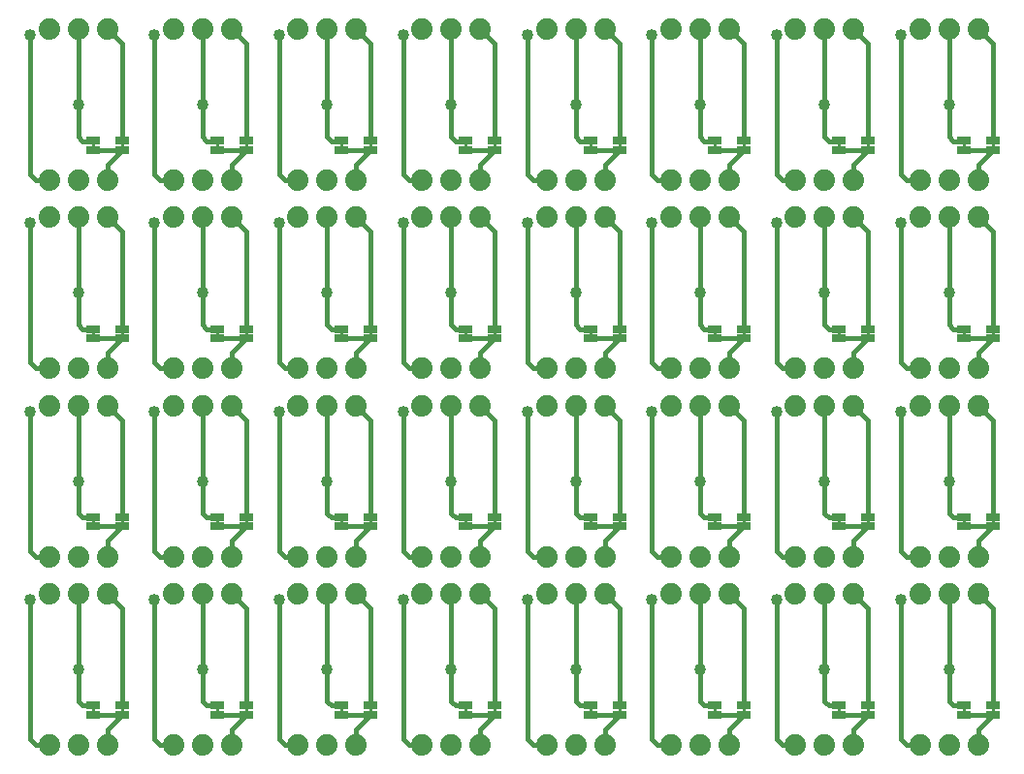
<source format=gbl>
G75*
%MOIN*%
%OFA0B0*%
%FSLAX24Y24*%
%IPPOS*%
%LPD*%
%AMOC8*
5,1,8,0,0,1.08239X$1,22.5*
%
%ADD10R,0.0500X0.0250*%
%ADD11C,0.0100*%
%ADD12C,0.0740*%
%ADD13C,0.0160*%
%ADD14C,0.0400*%
D10*
X005278Y001678D03*
X005278Y001998D03*
X006278Y001998D03*
X006278Y001678D03*
X009553Y001678D03*
X009553Y001998D03*
X010553Y001998D03*
X010553Y001678D03*
X013829Y001678D03*
X013829Y001998D03*
X014829Y001998D03*
X014829Y001678D03*
X018105Y001678D03*
X018105Y001998D03*
X019105Y001998D03*
X019105Y001678D03*
X022380Y001678D03*
X022380Y001998D03*
X023380Y001998D03*
X023380Y001678D03*
X026656Y001678D03*
X026656Y001998D03*
X027656Y001998D03*
X027656Y001678D03*
X030931Y001678D03*
X030931Y001998D03*
X031931Y001998D03*
X031931Y001678D03*
X035207Y001678D03*
X035207Y001998D03*
X036207Y001998D03*
X036207Y001678D03*
X036207Y008153D03*
X036207Y008473D03*
X035207Y008473D03*
X035207Y008153D03*
X031931Y008153D03*
X031931Y008473D03*
X030931Y008473D03*
X030931Y008153D03*
X027656Y008153D03*
X027656Y008473D03*
X026656Y008473D03*
X026656Y008153D03*
X023380Y008153D03*
X023380Y008473D03*
X022380Y008473D03*
X022380Y008153D03*
X019105Y008153D03*
X019105Y008473D03*
X018105Y008473D03*
X018105Y008153D03*
X014829Y008153D03*
X014829Y008473D03*
X013829Y008473D03*
X013829Y008153D03*
X010553Y008153D03*
X010553Y008473D03*
X009553Y008473D03*
X009553Y008153D03*
X006278Y008153D03*
X006278Y008473D03*
X005278Y008473D03*
X005278Y008153D03*
X005278Y014629D03*
X005278Y014949D03*
X006278Y014949D03*
X006278Y014629D03*
X009553Y014629D03*
X009553Y014949D03*
X010553Y014949D03*
X010553Y014629D03*
X013829Y014629D03*
X013829Y014949D03*
X014829Y014949D03*
X014829Y014629D03*
X018105Y014629D03*
X018105Y014949D03*
X019105Y014949D03*
X019105Y014629D03*
X022380Y014629D03*
X022380Y014949D03*
X023380Y014949D03*
X023380Y014629D03*
X026656Y014629D03*
X026656Y014949D03*
X027656Y014949D03*
X027656Y014629D03*
X030931Y014629D03*
X030931Y014949D03*
X031931Y014949D03*
X031931Y014629D03*
X035207Y014629D03*
X035207Y014949D03*
X036207Y014949D03*
X036207Y014629D03*
X036207Y021104D03*
X036207Y021425D03*
X035207Y021425D03*
X035207Y021104D03*
X031931Y021104D03*
X031931Y021425D03*
X030931Y021425D03*
X030931Y021104D03*
X027656Y021104D03*
X027656Y021425D03*
X026656Y021425D03*
X026656Y021104D03*
X023380Y021104D03*
X023380Y021425D03*
X022380Y021425D03*
X022380Y021104D03*
X019105Y021104D03*
X019105Y021425D03*
X018105Y021425D03*
X018105Y021104D03*
X014829Y021104D03*
X014829Y021425D03*
X013829Y021425D03*
X013829Y021104D03*
X010553Y021104D03*
X010553Y021425D03*
X009553Y021425D03*
X009553Y021104D03*
X006278Y021104D03*
X006278Y021425D03*
X005278Y021425D03*
X005278Y021104D03*
D11*
X005278Y021117D02*
X005278Y021417D01*
X006278Y021417D02*
X006278Y021117D01*
X009553Y021117D02*
X009553Y021417D01*
X010553Y021417D02*
X010553Y021117D01*
X013829Y021117D02*
X013829Y021417D01*
X014829Y021417D02*
X014829Y021117D01*
X018105Y021117D02*
X018105Y021417D01*
X019105Y021417D02*
X019105Y021117D01*
X022380Y021117D02*
X022380Y021417D01*
X023380Y021417D02*
X023380Y021117D01*
X026656Y021117D02*
X026656Y021417D01*
X027656Y021417D02*
X027656Y021117D01*
X030931Y021117D02*
X030931Y021417D01*
X031931Y021417D02*
X031931Y021117D01*
X035207Y021117D02*
X035207Y021417D01*
X036207Y021417D02*
X036207Y021117D01*
X036207Y014941D02*
X036207Y014641D01*
X035207Y014641D02*
X035207Y014941D01*
X031931Y014941D02*
X031931Y014641D01*
X030931Y014641D02*
X030931Y014941D01*
X027656Y014941D02*
X027656Y014641D01*
X026656Y014641D02*
X026656Y014941D01*
X023380Y014941D02*
X023380Y014641D01*
X022380Y014641D02*
X022380Y014941D01*
X019105Y014941D02*
X019105Y014641D01*
X018105Y014641D02*
X018105Y014941D01*
X014829Y014941D02*
X014829Y014641D01*
X013829Y014641D02*
X013829Y014941D01*
X010553Y014941D02*
X010553Y014641D01*
X009553Y014641D02*
X009553Y014941D01*
X006278Y014941D02*
X006278Y014641D01*
X005278Y014641D02*
X005278Y014941D01*
X005278Y008466D02*
X005278Y008166D01*
X006278Y008166D02*
X006278Y008466D01*
X009553Y008466D02*
X009553Y008166D01*
X010553Y008166D02*
X010553Y008466D01*
X013829Y008466D02*
X013829Y008166D01*
X014829Y008166D02*
X014829Y008466D01*
X018105Y008466D02*
X018105Y008166D01*
X019105Y008166D02*
X019105Y008466D01*
X022380Y008466D02*
X022380Y008166D01*
X023380Y008166D02*
X023380Y008466D01*
X026656Y008466D02*
X026656Y008166D01*
X027656Y008166D02*
X027656Y008466D01*
X030931Y008466D02*
X030931Y008166D01*
X031931Y008166D02*
X031931Y008466D01*
X035207Y008466D02*
X035207Y008166D01*
X036207Y008166D02*
X036207Y008466D01*
X036207Y001990D02*
X036207Y001690D01*
X035207Y001690D02*
X035207Y001990D01*
X031931Y001990D02*
X031931Y001690D01*
X030931Y001690D02*
X030931Y001990D01*
X027656Y001990D02*
X027656Y001690D01*
X026656Y001690D02*
X026656Y001990D01*
X023380Y001990D02*
X023380Y001690D01*
X022380Y001690D02*
X022380Y001990D01*
X019105Y001990D02*
X019105Y001690D01*
X018105Y001690D02*
X018105Y001990D01*
X014829Y001990D02*
X014829Y001690D01*
X013829Y001690D02*
X013829Y001990D01*
X010553Y001990D02*
X010553Y001690D01*
X009553Y001690D02*
X009553Y001990D01*
X006278Y001990D02*
X006278Y001690D01*
X005278Y001690D02*
X005278Y001990D01*
D12*
X005778Y000640D03*
X004778Y000640D03*
X003778Y000640D03*
X008053Y000640D03*
X009053Y000640D03*
X010053Y000640D03*
X012329Y000640D03*
X013329Y000640D03*
X014329Y000640D03*
X016605Y000640D03*
X017605Y000640D03*
X018605Y000640D03*
X020880Y000640D03*
X021880Y000640D03*
X022880Y000640D03*
X025156Y000640D03*
X026156Y000640D03*
X027156Y000640D03*
X029431Y000640D03*
X030431Y000640D03*
X031431Y000640D03*
X033707Y000640D03*
X034707Y000640D03*
X035707Y000640D03*
X035707Y005840D03*
X034707Y005840D03*
X033707Y005840D03*
X033707Y007116D03*
X034707Y007116D03*
X035707Y007116D03*
X031431Y007116D03*
X030431Y007116D03*
X029431Y007116D03*
X029431Y005840D03*
X030431Y005840D03*
X031431Y005840D03*
X027156Y005840D03*
X026156Y005840D03*
X025156Y005840D03*
X025156Y007116D03*
X026156Y007116D03*
X027156Y007116D03*
X022880Y007116D03*
X021880Y007116D03*
X020880Y007116D03*
X020880Y005840D03*
X021880Y005840D03*
X022880Y005840D03*
X018605Y005840D03*
X017605Y005840D03*
X016605Y005840D03*
X016605Y007116D03*
X017605Y007116D03*
X018605Y007116D03*
X014329Y007116D03*
X013329Y007116D03*
X012329Y007116D03*
X012329Y005840D03*
X013329Y005840D03*
X014329Y005840D03*
X010053Y005840D03*
X009053Y005840D03*
X008053Y005840D03*
X008053Y007116D03*
X009053Y007116D03*
X010053Y007116D03*
X005778Y007116D03*
X004778Y007116D03*
X003778Y007116D03*
X003778Y005840D03*
X004778Y005840D03*
X005778Y005840D03*
X005778Y012316D03*
X004778Y012316D03*
X003778Y012316D03*
X003778Y013591D03*
X004778Y013591D03*
X005778Y013591D03*
X008053Y013591D03*
X009053Y013591D03*
X010053Y013591D03*
X010053Y012316D03*
X009053Y012316D03*
X008053Y012316D03*
X012329Y012316D03*
X013329Y012316D03*
X014329Y012316D03*
X014329Y013591D03*
X013329Y013591D03*
X012329Y013591D03*
X016605Y013591D03*
X017605Y013591D03*
X018605Y013591D03*
X018605Y012316D03*
X017605Y012316D03*
X016605Y012316D03*
X020880Y012316D03*
X021880Y012316D03*
X022880Y012316D03*
X022880Y013591D03*
X021880Y013591D03*
X020880Y013591D03*
X025156Y013591D03*
X026156Y013591D03*
X027156Y013591D03*
X027156Y012316D03*
X026156Y012316D03*
X025156Y012316D03*
X029431Y012316D03*
X030431Y012316D03*
X031431Y012316D03*
X031431Y013591D03*
X030431Y013591D03*
X029431Y013591D03*
X033707Y013591D03*
X034707Y013591D03*
X035707Y013591D03*
X035707Y012316D03*
X034707Y012316D03*
X033707Y012316D03*
X033707Y018791D03*
X034707Y018791D03*
X035707Y018791D03*
X035707Y020067D03*
X034707Y020067D03*
X033707Y020067D03*
X031431Y020067D03*
X030431Y020067D03*
X029431Y020067D03*
X029431Y018791D03*
X030431Y018791D03*
X031431Y018791D03*
X027156Y018791D03*
X026156Y018791D03*
X025156Y018791D03*
X025156Y020067D03*
X026156Y020067D03*
X027156Y020067D03*
X022880Y020067D03*
X021880Y020067D03*
X020880Y020067D03*
X020880Y018791D03*
X021880Y018791D03*
X022880Y018791D03*
X018605Y018791D03*
X017605Y018791D03*
X016605Y018791D03*
X016605Y020067D03*
X017605Y020067D03*
X018605Y020067D03*
X014329Y020067D03*
X013329Y020067D03*
X012329Y020067D03*
X012329Y018791D03*
X013329Y018791D03*
X014329Y018791D03*
X010053Y018791D03*
X009053Y018791D03*
X008053Y018791D03*
X008053Y020067D03*
X009053Y020067D03*
X010053Y020067D03*
X005778Y020067D03*
X004778Y020067D03*
X003778Y020067D03*
X003778Y018791D03*
X004778Y018791D03*
X005778Y018791D03*
X005778Y025267D03*
X004778Y025267D03*
X003778Y025267D03*
X008053Y025267D03*
X009053Y025267D03*
X010053Y025267D03*
X012329Y025267D03*
X013329Y025267D03*
X014329Y025267D03*
X016605Y025267D03*
X017605Y025267D03*
X018605Y025267D03*
X020880Y025267D03*
X021880Y025267D03*
X022880Y025267D03*
X025156Y025267D03*
X026156Y025267D03*
X027156Y025267D03*
X029431Y025267D03*
X030431Y025267D03*
X031431Y025267D03*
X033707Y025267D03*
X034707Y025267D03*
X035707Y025267D03*
D13*
X003128Y005640D02*
X003128Y000840D01*
X003328Y000640D01*
X003778Y000640D01*
X005278Y001678D02*
X006278Y001678D01*
X005778Y001178D01*
X005778Y000640D01*
X007403Y000840D02*
X007403Y005640D01*
X006278Y005340D02*
X005778Y005840D01*
X006278Y005340D02*
X006278Y001998D01*
X005278Y001998D02*
X005270Y001990D01*
X004928Y001990D01*
X004778Y002140D01*
X004778Y003240D01*
X004778Y003440D01*
X004778Y003240D02*
X004778Y005840D01*
X005778Y007116D02*
X005778Y007653D01*
X006278Y008153D01*
X005278Y008153D01*
X005270Y008466D02*
X004928Y008466D01*
X004778Y008616D01*
X004778Y009716D01*
X004778Y009916D01*
X004778Y009716D02*
X004778Y012316D01*
X005778Y012316D02*
X006278Y011816D01*
X006278Y008473D01*
X005278Y008473D02*
X005270Y008466D01*
X003778Y007116D02*
X003328Y007116D01*
X003128Y007316D01*
X003128Y012116D01*
X003328Y013591D02*
X003128Y013791D01*
X003128Y018591D01*
X004778Y018791D02*
X004778Y016191D01*
X004778Y016391D01*
X004778Y016191D02*
X004778Y015091D01*
X004928Y014941D01*
X005270Y014941D01*
X005278Y014949D01*
X005278Y014629D02*
X006278Y014629D01*
X005778Y014129D01*
X005778Y013591D01*
X007403Y013791D02*
X007403Y018591D01*
X006278Y018291D02*
X005778Y018791D01*
X006278Y018291D02*
X006278Y014949D01*
X007403Y013791D02*
X007603Y013591D01*
X008053Y013591D01*
X009553Y014629D02*
X010553Y014629D01*
X010053Y014129D01*
X010053Y013591D01*
X011679Y013791D02*
X011679Y018591D01*
X010553Y018291D02*
X010053Y018791D01*
X010553Y018291D02*
X010553Y014949D01*
X009553Y014949D02*
X009546Y014941D01*
X009203Y014941D01*
X009053Y015091D01*
X009053Y016191D01*
X009053Y016391D01*
X009053Y016191D02*
X009053Y018791D01*
X008053Y020067D02*
X007603Y020067D01*
X007403Y020267D01*
X007403Y025067D01*
X006278Y024767D02*
X005778Y025267D01*
X006278Y024767D02*
X006278Y021425D01*
X006278Y021104D02*
X005278Y021104D01*
X005270Y021417D02*
X004928Y021417D01*
X004778Y021567D01*
X004778Y022667D01*
X004778Y022867D01*
X004778Y022667D02*
X004778Y025267D01*
X003128Y025067D02*
X003128Y020267D01*
X003328Y020067D01*
X003778Y020067D01*
X005778Y020067D02*
X005778Y020604D01*
X006278Y021104D01*
X005278Y021425D02*
X005270Y021417D01*
X009053Y021567D02*
X009203Y021417D01*
X009546Y021417D01*
X009553Y021425D01*
X009553Y021104D02*
X010553Y021104D01*
X010053Y020604D01*
X010053Y020067D01*
X011679Y020267D02*
X011679Y025067D01*
X010553Y024767D02*
X010053Y025267D01*
X010553Y024767D02*
X010553Y021425D01*
X009053Y021567D02*
X009053Y022667D01*
X009053Y022867D01*
X009053Y022667D02*
X009053Y025267D01*
X013329Y025267D02*
X013329Y022667D01*
X013329Y022867D01*
X013329Y022667D02*
X013329Y021567D01*
X013479Y021417D01*
X013821Y021417D01*
X013829Y021425D01*
X013829Y021104D02*
X014829Y021104D01*
X014329Y020604D01*
X014329Y020067D01*
X015955Y020267D02*
X016155Y020067D01*
X016605Y020067D01*
X015955Y020267D02*
X015955Y025067D01*
X014829Y024767D02*
X014329Y025267D01*
X014829Y024767D02*
X014829Y021425D01*
X012329Y020067D02*
X011879Y020067D01*
X011679Y020267D01*
X013329Y018791D02*
X013329Y016191D01*
X013329Y016391D01*
X013329Y016191D02*
X013329Y015091D01*
X013479Y014941D01*
X013821Y014941D01*
X013829Y014949D01*
X013829Y014629D02*
X014829Y014629D01*
X014329Y014129D01*
X014329Y013591D01*
X015955Y013791D02*
X016155Y013591D01*
X016605Y013591D01*
X015955Y013791D02*
X015955Y018591D01*
X014829Y018291D02*
X014329Y018791D01*
X014829Y018291D02*
X014829Y014949D01*
X012329Y013591D02*
X011879Y013591D01*
X011679Y013791D01*
X010053Y012316D02*
X010553Y011816D01*
X010553Y008473D01*
X010553Y008153D02*
X009553Y008153D01*
X009546Y008466D02*
X009203Y008466D01*
X009053Y008616D01*
X009053Y009716D01*
X009053Y009916D01*
X009053Y009716D02*
X009053Y012316D01*
X007403Y012116D02*
X007403Y007316D01*
X007603Y007116D01*
X008053Y007116D01*
X009053Y005840D02*
X009053Y003240D01*
X009053Y003440D01*
X009053Y003240D02*
X009053Y002140D01*
X009203Y001990D01*
X009546Y001990D01*
X009553Y001998D01*
X009553Y001678D02*
X010553Y001678D01*
X010053Y001178D01*
X010053Y000640D01*
X011679Y000840D02*
X011679Y005640D01*
X010553Y005340D02*
X010053Y005840D01*
X010553Y005340D02*
X010553Y001998D01*
X011679Y000840D02*
X011879Y000640D01*
X012329Y000640D01*
X013829Y001678D02*
X014829Y001678D01*
X014329Y001178D01*
X014329Y000640D01*
X015955Y000840D02*
X016155Y000640D01*
X016605Y000640D01*
X015955Y000840D02*
X015955Y005640D01*
X014829Y005340D02*
X014329Y005840D01*
X014829Y005340D02*
X014829Y001998D01*
X013829Y001998D02*
X013821Y001990D01*
X013479Y001990D01*
X013329Y002140D01*
X013329Y003240D01*
X013329Y003440D01*
X013329Y003240D02*
X013329Y005840D01*
X014329Y007116D02*
X014329Y007653D01*
X014829Y008153D01*
X013829Y008153D01*
X013821Y008466D02*
X013479Y008466D01*
X013329Y008616D01*
X013329Y009716D01*
X013329Y009916D01*
X013329Y009716D02*
X013329Y012316D01*
X014329Y012316D02*
X014829Y011816D01*
X014829Y008473D01*
X013829Y008473D02*
X013821Y008466D01*
X012329Y007116D02*
X011879Y007116D01*
X011679Y007316D01*
X011679Y012116D01*
X015955Y012116D02*
X015955Y007316D01*
X016155Y007116D01*
X016605Y007116D01*
X018105Y008153D02*
X019105Y008153D01*
X018605Y007653D01*
X018605Y007116D01*
X020230Y007316D02*
X020430Y007116D01*
X020880Y007116D01*
X020230Y007316D02*
X020230Y012116D01*
X019105Y011816D02*
X018605Y012316D01*
X019105Y011816D02*
X019105Y008473D01*
X018105Y008473D02*
X018097Y008466D01*
X017755Y008466D01*
X017605Y008616D01*
X017605Y009716D01*
X017605Y009916D01*
X017605Y009716D02*
X017605Y012316D01*
X018605Y013591D02*
X018605Y014129D01*
X019105Y014629D01*
X018105Y014629D01*
X018097Y014941D02*
X017755Y014941D01*
X017605Y015091D01*
X017605Y016191D01*
X017605Y016391D01*
X017605Y016191D02*
X017605Y018791D01*
X018605Y018791D02*
X019105Y018291D01*
X019105Y014949D01*
X018105Y014949D02*
X018097Y014941D01*
X020230Y013791D02*
X020430Y013591D01*
X020880Y013591D01*
X020230Y013791D02*
X020230Y018591D01*
X021880Y018791D02*
X021880Y016191D01*
X021880Y016391D01*
X021880Y016191D02*
X021880Y015091D01*
X022030Y014941D01*
X022372Y014941D01*
X022380Y014949D01*
X022380Y014629D02*
X023380Y014629D01*
X022880Y014129D01*
X022880Y013591D01*
X022880Y012316D02*
X023380Y011816D01*
X023380Y008473D01*
X023380Y008153D02*
X022380Y008153D01*
X022372Y008466D02*
X022030Y008466D01*
X021880Y008616D01*
X021880Y009716D01*
X021880Y009916D01*
X021880Y009716D02*
X021880Y012316D01*
X024506Y012116D02*
X024506Y007316D01*
X024706Y007116D01*
X025156Y007116D01*
X026656Y008153D02*
X027656Y008153D01*
X027156Y007653D01*
X027156Y007116D01*
X028781Y007316D02*
X028781Y012116D01*
X027656Y011816D02*
X027156Y012316D01*
X027656Y011816D02*
X027656Y008473D01*
X026656Y008473D02*
X026648Y008466D01*
X026306Y008466D01*
X026156Y008616D01*
X026156Y009716D01*
X026156Y009916D01*
X026156Y009716D02*
X026156Y012316D01*
X027156Y013591D02*
X027156Y014129D01*
X027656Y014629D01*
X026656Y014629D01*
X026648Y014941D02*
X026306Y014941D01*
X026156Y015091D01*
X026156Y016191D01*
X026156Y016391D01*
X026156Y016191D02*
X026156Y018791D01*
X027156Y018791D02*
X027656Y018291D01*
X027656Y014949D01*
X026656Y014949D02*
X026648Y014941D01*
X025156Y013591D02*
X024706Y013591D01*
X024506Y013791D01*
X024506Y018591D01*
X023380Y018291D02*
X022880Y018791D01*
X023380Y018291D02*
X023380Y014949D01*
X028781Y013791D02*
X028781Y018591D01*
X030431Y018791D02*
X030431Y016191D01*
X030431Y016391D01*
X030431Y016191D02*
X030431Y015091D01*
X030581Y014941D01*
X030924Y014941D01*
X030931Y014949D01*
X030931Y014629D02*
X031931Y014629D01*
X031431Y014129D01*
X031431Y013591D01*
X033057Y013791D02*
X033057Y018591D01*
X031931Y018291D02*
X031431Y018791D01*
X031931Y018291D02*
X031931Y014949D01*
X033057Y013791D02*
X033257Y013591D01*
X033707Y013591D01*
X035207Y014629D02*
X036207Y014629D01*
X035707Y014129D01*
X035707Y013591D01*
X035707Y012316D02*
X036207Y011816D01*
X036207Y008473D01*
X036207Y008153D02*
X035207Y008153D01*
X035199Y008466D02*
X034857Y008466D01*
X034707Y008616D01*
X034707Y009716D01*
X034707Y009916D01*
X034707Y009716D02*
X034707Y012316D01*
X033057Y012116D02*
X033057Y007316D01*
X033257Y007116D01*
X033707Y007116D01*
X034707Y005840D02*
X034707Y003240D01*
X034707Y003440D01*
X034707Y003240D02*
X034707Y002140D01*
X034857Y001990D01*
X035199Y001990D01*
X035207Y001998D01*
X035207Y001678D02*
X036207Y001678D01*
X035707Y001178D01*
X035707Y000640D01*
X036207Y001998D02*
X036207Y005340D01*
X035707Y005840D01*
X035707Y007116D02*
X035707Y007653D01*
X036207Y008153D01*
X035207Y008473D02*
X035199Y008466D01*
X031931Y008473D02*
X031931Y011816D01*
X031431Y012316D01*
X030431Y012316D02*
X030431Y009716D01*
X030431Y009916D01*
X030431Y009716D02*
X030431Y008616D01*
X030581Y008466D01*
X030924Y008466D01*
X030931Y008473D01*
X030931Y008153D02*
X031931Y008153D01*
X031431Y007653D01*
X031431Y007116D01*
X031431Y005840D02*
X031931Y005340D01*
X031931Y001998D01*
X031931Y001678D02*
X030931Y001678D01*
X030924Y001990D02*
X030581Y001990D01*
X030431Y002140D01*
X030431Y003240D01*
X030431Y003440D01*
X030431Y003240D02*
X030431Y005840D01*
X029431Y007116D02*
X028981Y007116D01*
X028781Y007316D01*
X027156Y005840D02*
X027656Y005340D01*
X027656Y001998D01*
X027656Y001678D02*
X026656Y001678D01*
X026648Y001990D02*
X026306Y001990D01*
X026156Y002140D01*
X026156Y003240D01*
X026156Y003440D01*
X026156Y003240D02*
X026156Y005840D01*
X024506Y005640D02*
X024506Y000840D01*
X024706Y000640D01*
X025156Y000640D01*
X023380Y001678D02*
X022380Y001678D01*
X022372Y001990D02*
X022030Y001990D01*
X021880Y002140D01*
X021880Y003240D01*
X021880Y003440D01*
X021880Y003240D02*
X021880Y005840D01*
X022880Y005840D02*
X023380Y005340D01*
X023380Y001998D01*
X023380Y001678D02*
X022880Y001178D01*
X022880Y000640D01*
X022372Y001990D02*
X022380Y001998D01*
X020880Y000640D02*
X020430Y000640D01*
X020230Y000840D01*
X020230Y005640D01*
X019105Y005340D02*
X018605Y005840D01*
X019105Y005340D02*
X019105Y001998D01*
X019105Y001678D02*
X018105Y001678D01*
X018097Y001990D02*
X017755Y001990D01*
X017605Y002140D01*
X017605Y003240D01*
X017605Y003440D01*
X017605Y003240D02*
X017605Y005840D01*
X022372Y008466D02*
X022380Y008473D01*
X022880Y007653D02*
X023380Y008153D01*
X022880Y007653D02*
X022880Y007116D01*
X028781Y005640D02*
X028781Y000840D01*
X028981Y000640D01*
X029431Y000640D01*
X027656Y001678D02*
X027156Y001178D01*
X027156Y000640D01*
X026648Y001990D02*
X026656Y001998D01*
X030924Y001990D02*
X030931Y001998D01*
X031431Y001178D02*
X031931Y001678D01*
X031431Y001178D02*
X031431Y000640D01*
X033057Y000840D02*
X033057Y005640D01*
X033057Y000840D02*
X033257Y000640D01*
X033707Y000640D01*
X019105Y001678D02*
X018605Y001178D01*
X018605Y000640D01*
X018097Y001990D02*
X018105Y001998D01*
X010053Y007116D02*
X010053Y007653D01*
X010553Y008153D01*
X009553Y008473D02*
X009546Y008466D01*
X003778Y013591D02*
X003328Y013591D01*
X017605Y021567D02*
X017755Y021417D01*
X018097Y021417D01*
X018105Y021425D01*
X018105Y021104D02*
X019105Y021104D01*
X018605Y020604D01*
X018605Y020067D01*
X020230Y020267D02*
X020430Y020067D01*
X020880Y020067D01*
X020230Y020267D02*
X020230Y025067D01*
X019105Y024767D02*
X018605Y025267D01*
X019105Y024767D02*
X019105Y021425D01*
X017605Y021567D02*
X017605Y022667D01*
X017605Y022867D01*
X017605Y022667D02*
X017605Y025267D01*
X021880Y025267D02*
X021880Y022667D01*
X021880Y022867D01*
X021880Y022667D02*
X021880Y021567D01*
X022030Y021417D01*
X022372Y021417D01*
X022380Y021425D01*
X022380Y021104D02*
X023380Y021104D01*
X022880Y020604D01*
X022880Y020067D01*
X023380Y021425D02*
X023380Y024767D01*
X022880Y025267D01*
X024506Y025067D02*
X024506Y020267D01*
X024706Y020067D01*
X025156Y020067D01*
X026656Y021104D02*
X027656Y021104D01*
X027156Y020604D01*
X027156Y020067D01*
X028781Y020267D02*
X028781Y025067D01*
X027656Y024767D02*
X027156Y025267D01*
X027656Y024767D02*
X027656Y021425D01*
X026656Y021425D02*
X026648Y021417D01*
X026306Y021417D01*
X026156Y021567D01*
X026156Y022667D01*
X026156Y022867D01*
X026156Y022667D02*
X026156Y025267D01*
X030431Y025267D02*
X030431Y022667D01*
X030431Y022867D01*
X030431Y022667D02*
X030431Y021567D01*
X030581Y021417D01*
X030924Y021417D01*
X030931Y021425D01*
X030931Y021104D02*
X031931Y021104D01*
X031431Y020604D01*
X031431Y020067D01*
X033057Y020267D02*
X033057Y025067D01*
X031931Y024767D02*
X031431Y025267D01*
X031931Y024767D02*
X031931Y021425D01*
X033057Y020267D02*
X033257Y020067D01*
X033707Y020067D01*
X035207Y021104D02*
X036207Y021104D01*
X035707Y020604D01*
X035707Y020067D01*
X035707Y018791D02*
X036207Y018291D01*
X036207Y014949D01*
X035207Y014949D02*
X035199Y014941D01*
X034857Y014941D01*
X034707Y015091D01*
X034707Y016191D01*
X034707Y016391D01*
X034707Y016191D02*
X034707Y018791D01*
X034857Y021417D02*
X035199Y021417D01*
X035207Y021425D01*
X034857Y021417D02*
X034707Y021567D01*
X034707Y022667D01*
X034707Y022867D01*
X034707Y022667D02*
X034707Y025267D01*
X035707Y025267D02*
X036207Y024767D01*
X036207Y021425D01*
X029431Y020067D02*
X028981Y020067D01*
X028781Y020267D01*
X028781Y013791D02*
X028981Y013591D01*
X029431Y013591D01*
X008053Y000640D02*
X007603Y000640D01*
X007403Y000840D01*
D14*
X009053Y003240D03*
X007403Y005640D03*
X004778Y003240D03*
X003128Y005640D03*
X004778Y009716D03*
X003128Y012116D03*
X007403Y012116D03*
X009053Y009716D03*
X011679Y012116D03*
X013329Y009716D03*
X015955Y012116D03*
X017605Y009716D03*
X020230Y012116D03*
X021880Y009716D03*
X024506Y012116D03*
X026156Y009716D03*
X028781Y012116D03*
X030431Y009716D03*
X033057Y012116D03*
X034707Y009716D03*
X033057Y005640D03*
X034707Y003240D03*
X030431Y003240D03*
X028781Y005640D03*
X026156Y003240D03*
X024506Y005640D03*
X021880Y003240D03*
X020230Y005640D03*
X017605Y003240D03*
X015955Y005640D03*
X013329Y003240D03*
X011679Y005640D03*
X013329Y016191D03*
X011679Y018591D03*
X009053Y016191D03*
X007403Y018591D03*
X004778Y016191D03*
X003128Y018591D03*
X004778Y022667D03*
X003128Y025067D03*
X007403Y025067D03*
X009053Y022667D03*
X011679Y025067D03*
X013329Y022667D03*
X015955Y025067D03*
X017605Y022667D03*
X020230Y025067D03*
X021880Y022667D03*
X024506Y025067D03*
X026156Y022667D03*
X028781Y025067D03*
X030431Y022667D03*
X033057Y025067D03*
X034707Y022667D03*
X033057Y018591D03*
X034707Y016191D03*
X030431Y016191D03*
X028781Y018591D03*
X026156Y016191D03*
X024506Y018591D03*
X021880Y016191D03*
X020230Y018591D03*
X017605Y016191D03*
X015955Y018591D03*
M02*

</source>
